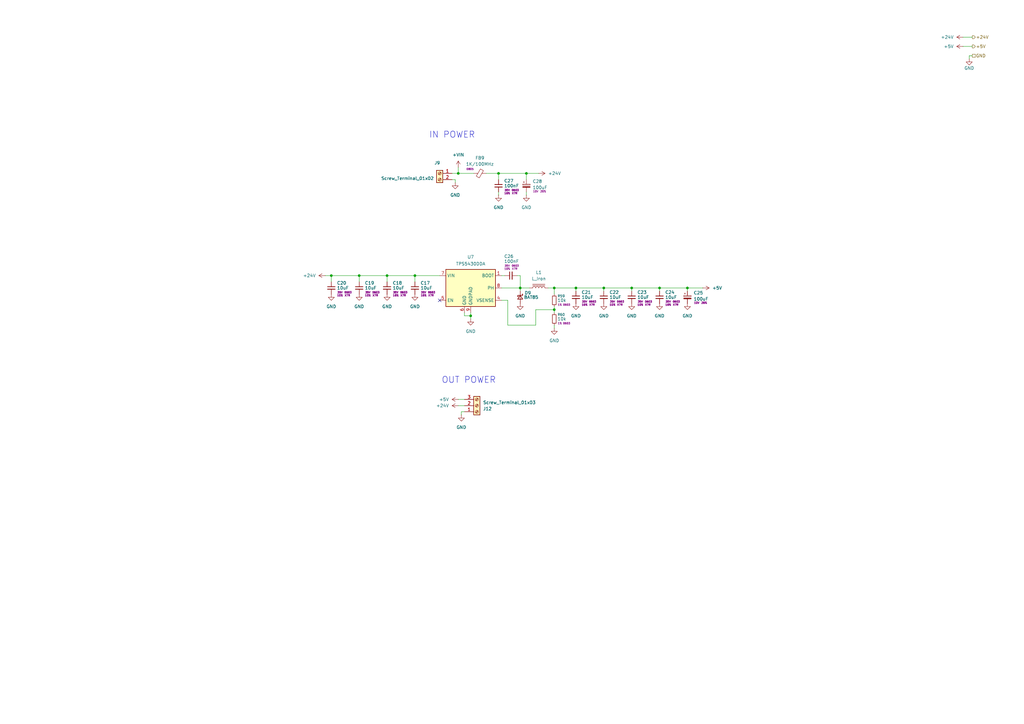
<source format=kicad_sch>
(kicad_sch (version 20250114) (generator "eeschema") (generator_version "9.0")
  (paper "A3")
  (lib_symbols
    (symbol "Connector:Screw_Terminal_01x02" (pin_names (offset 1.016) (hide yes))
      (property "Reference" "J" (at 0 2.54 0))
      (property "Value" "Screw_Terminal_01x02" (at 0 -5.08 0))
      (symbol "Screw_Terminal_01x02_1_1"
        (rectangle (start -1.27 1.27) (end 1.27 -3.81) (stroke (width 0.254)) (fill (type background)))
        (polyline (pts (xy -0.5334 0.3302) (xy 0.3302 -0.508)) (stroke (width 0.1524)))
        (polyline (pts (xy -0.5334 -2.2098) (xy 0.3302 -3.048)) (stroke (width 0.1524)))
        (polyline (pts (xy -0.3556 0.508) (xy 0.508 -0.3302)) (stroke (width 0.1524)))
        (polyline (pts (xy -0.3556 -2.032) (xy 0.508 -2.8702)) (stroke (width 0.1524)))
        (circle (center 0 0) (radius 0.635) (stroke (width 0.1524)))
        (circle (center 0 -2.54) (radius 0.635) (stroke (width 0.1524)))
        (pin passive line (at -5.08 0 0) (length 3.81) (name "Pin_1") (number "1"))
        (pin passive line (at -5.08 -2.54 0) (length 3.81) (name "Pin_2") (number "2"))
      )
    )
    (symbol "Connector:Screw_Terminal_01x03" (pin_names (offset 1.016) (hide yes))
      (property "Reference" "J" (at 0 5.08 0))
      (property "Value" "Screw_Terminal_01x03" (at 0 -5.08 0))
      (symbol "Screw_Terminal_01x03_1_1"
        (rectangle (start -1.27 3.81) (end 1.27 -3.81) (stroke (width 0.254)) (fill (type background)))
        (polyline (pts (xy -0.5334 2.8702) (xy 0.3302 2.032)) (stroke (width 0.1524)))
        (polyline (pts (xy -0.5334 0.3302) (xy 0.3302 -0.508)) (stroke (width 0.1524)))
        (polyline (pts (xy -0.5334 -2.2098) (xy 0.3302 -3.048)) (stroke (width 0.1524)))
        (polyline (pts (xy -0.3556 3.048) (xy 0.508 2.2098)) (stroke (width 0.1524)))
        (polyline (pts (xy -0.3556 0.508) (xy 0.508 -0.3302)) (stroke (width 0.1524)))
        (polyline (pts (xy -0.3556 -2.032) (xy 0.508 -2.8702)) (stroke (width 0.1524)))
        (circle (center 0 2.54) (radius 0.635) (stroke (width 0.1524)))
        (circle (center 0 0) (radius 0.635) (stroke (width 0.1524)))
        (circle (center 0 -2.54) (radius 0.635) (stroke (width 0.1524)))
        (pin passive line (at -5.08 2.54 0) (length 3.81) (name "Pin_1") (number "1"))
        (pin passive line (at -5.08 0 0) (length 3.81) (name "Pin_2") (number "2"))
        (pin passive line (at -5.08 -2.54 0) (length 3.81) (name "Pin_3") (number "3"))
      )
    )
    (symbol "Device:C_Polarized_Small" (pin_numbers (hide yes)) (pin_names (offset 0.254) (hide yes))
      (property "Reference" "C" (at 0.254 1.778 0))
      (property "Value" "C_Polarized_Small" (at 0.254 -2.032 0))
      (symbol "C_Polarized_Small_0_1"
        (rectangle (start -1.524 0.6858) (end 1.524 0.3048))
        (rectangle (start -1.524 -0.3048) (end 1.524 -0.6858) (fill (type outline)))
        (polyline (pts (xy -1.27 1.524) (xy -0.762 1.524)))
        (polyline (pts (xy -1.016 1.27) (xy -1.016 1.778)))
      )
      (symbol "C_Polarized_Small_1_1"
        (pin passive line (at 0 2.54 270) (length 1.8542) (name "~") (number "1"))
        (pin passive line (at 0 -2.54 90) (length 1.8542) (name "~") (number "2"))
      )
    )
    (symbol "Device:C_Small" (pin_numbers (hide yes)) (pin_names (offset 0.254) (hide yes))
      (property "Reference" "C" (at 0.254 1.778 0))
      (property "Value" "C_Small" (at 0.254 -2.032 0))
      (symbol "C_Small_0_1"
        (polyline (pts (xy -1.524 0.508) (xy 1.524 0.508)) (stroke (width 0.3048)))
        (polyline (pts (xy -1.524 -0.508) (xy 1.524 -0.508)) (stroke (width 0.3302)))
      )
      (symbol "C_Small_1_1"
        (pin passive line (at 0 2.54 270) (length 2.032) (name "~") (number "1"))
        (pin passive line (at 0 -2.54 90) (length 2.032) (name "~") (number "2"))
      )
    )
    (symbol "Device:D_Schottky_Small" (pin_numbers (hide yes)) (pin_names (offset 0.254) (hide yes))
      (property "Reference" "D" (at -1.27 2.032 0))
      (property "Value" "D_Schottky_Small" (at -7.112 -2.032 0))
      (symbol "D_Schottky_Small_0_1"
        (polyline (pts (xy -1.27 0.762) (xy -1.27 1.016) (xy -0.762 1.016) (xy -0.762 -1.016) (xy -0.254 -1.016) (xy -0.254 -0.762)) (stroke (width 0.254)))
        (polyline (pts (xy -0.762 0) (xy 0.762 0)))
        (polyline (pts (xy 0.762 -1.016) (xy -0.762 0) (xy 0.762 1.016) (xy 0.762 -1.016)) (stroke (width 0.254)))
      )
      (symbol "D_Schottky_Small_1_1"
        (pin passive line (at -2.54 0 0) (length 1.778) (name "K") (number "1"))
        (pin passive line (at 2.54 0 180) (length 1.778) (name "A") (number "2"))
      )
    )
    (symbol "Device:FerriteBead_Small" (pin_numbers (hide yes)) (pin_names (offset 0))
      (property "Reference" "FB" (at 1.905 1.27 0))
      (property "Value" "FerriteBead_Small" (at 1.905 -1.27 0))
      (symbol "FerriteBead_Small_0_1"
        (polyline (pts (xy -1.8288 0.2794) (xy -1.1176 1.4986) (xy 1.8288 -0.2032) (xy 1.1176 -1.4224) (xy -1.8288 0.2794)))
        (polyline (pts (xy 0 0.889) (xy 0 1.2954)))
        (polyline (pts (xy 0 -1.27) (xy 0 -0.7874)))
      )
      (symbol "FerriteBead_Small_1_1"
        (pin passive line (at 0 2.54 270) (length 1.27) (name "~") (number "1"))
        (pin passive line (at 0 -2.54 90) (length 1.27) (name "~") (number "2"))
      )
    )
    (symbol "Device:L_Iron" (pin_numbers (hide yes)) (pin_names (offset 1.016) (hide yes))
      (property "Reference" "L" (at -1.27 0 90))
      (property "Value" "L_Iron" (at 2.794 0 90))
      (symbol "L_Iron_0_1"
        (arc (start 0 2.54) (mid 0.6323 1.905) (end 0 1.27))
        (arc (start 0 1.27) (mid 0.6323 0.635) (end 0 0))
        (arc (start 0 0) (mid 0.6323 -0.635) (end 0 -1.27))
        (arc (start 0 -1.27) (mid 0.6323 -1.905) (end 0 -2.54))
        (polyline (pts (xy 1.016 2.54) (xy 1.016 -2.54)))
        (polyline (pts (xy 1.524 -2.54) (xy 1.524 2.54)))
      )
      (symbol "L_Iron_1_1"
        (pin passive line (at 0 3.81 270) (length 1.27) (name "1") (number "1"))
        (pin passive line (at 0 -3.81 90) (length 1.27) (name "2") (number "2"))
      )
    )
    (symbol "Device:R_Small" (pin_numbers (hide yes)) (pin_names (offset 0.254) (hide yes))
      (property "Reference" "R" (at 0 0 90))
      (property "Value" "R_Small" (at 1.778 0 90))
      (symbol "R_Small_0_1"
        (rectangle (start -0.762 1.778) (end 0.762 -1.778) (stroke (width 0.2032)))
      )
      (symbol "R_Small_1_1"
        (pin passive line (at 0 2.54 270) (length 0.762) (name "~") (number "1"))
        (pin passive line (at 0 -2.54 90) (length 0.762) (name "~") (number "2"))
      )
    )
    (symbol "Regulator_Switching:TPS5430DDA"
      (property "Reference" "U" (at -10.16 8.89 0))
      (property "Value" "TPS5430DDA" (at -1.27 8.89 0))
      (symbol "TPS5430DDA_0_1"
        (rectangle (start -10.16 7.62) (end 10.16 -7.62) (stroke (width 0.254)) (fill (type background)))
      )
      (symbol "TPS5430DDA_1_1"
        (pin power_in line (at -12.7 5.08 0) (length 2.54) (name "VIN") (number "7"))
        (pin input line (at -12.7 -5.08 0) (length 2.54) (name "EN") (number "5"))
        (pin no_connect line (at -10.16 2.54 0) (length 2.54) (hide yes) (name "NC") (number "2"))
        (pin no_connect line (at -10.16 -2.54 0) (length 2.54) (hide yes) (name "NC") (number "3"))
        (pin power_in line (at -2.54 -10.16 90) (length 2.54) (name "GND") (number "6"))
        (pin power_in line (at 0 -10.16 90) (length 2.54) (name "GNDPAD") (number "9"))
        (pin input line (at 12.7 5.08 180) (length 2.54) (name "BOOT") (number "1"))
        (pin output line (at 12.7 0 180) (length 2.54) (name "PH") (number "8"))
        (pin input line (at 12.7 -5.08 180) (length 2.54) (name "VSENSE") (number "4"))
      )
    )
    (symbol "power:+24V" (power) (pin_numbers (hide yes)) (pin_names (offset 0) (hide yes))
      (property "Value" "+24V" (at 0 3.556 0))
      (symbol "+24V_0_1"
        (polyline (pts (xy -0.762 1.27) (xy 0 2.54)))
        (polyline (pts (xy 0 2.54) (xy 0.762 1.27)))
        (polyline (pts (xy 0 0) (xy 0 2.54)))
      )
      (symbol "+24V_1_1"
        (pin power_in line (at 0 0 90) (length 0) (name "~") (number "1"))
      )
    )
    (symbol "power:+3.3V" (power) (pin_numbers (hide yes)) (pin_names (offset 0) (hide yes))
      (property "Value" "+3.3V" (at 0 3.556 0))
      (symbol "+3.3V_0_1"
        (polyline (pts (xy -0.762 1.27) (xy 0 2.54)))
        (polyline (pts (xy 0 2.54) (xy 0.762 1.27)))
        (polyline (pts (xy 0 0) (xy 0 2.54)))
      )
      (symbol "+3.3V_1_1"
        (pin power_in line (at 0 0 90) (length 0) (name "~") (number "1"))
      )
    )
    (symbol "power:GND" (power) (pin_numbers (hide yes)) (pin_names (offset 0) (hide yes))
      (property "Value" "GND" (at 0 -3.81 0))
      (symbol "GND_0_1"
        (polyline (pts (xy 0 0) (xy 0 -1.27) (xy 1.27 -1.27) (xy 0 -2.54) (xy -1.27 -1.27) (xy 0 -1.27)))
      )
      (symbol "GND_1_1"
        (pin power_in line (at 0 0 270) (length 0) (name "~") (number "1"))
      )
    )
  )
  (text "IN POWER" (at 185.42 55.372 0) (effects (font (size 2.54 2.54))))
  (text "OUT POWER" (at 192.278 155.956 0) (effects (font (size 2.54 2.54))))
  (junction (at 227.33 118.11))
  (junction (at 193.04 129.54))
  (junction (at 236.22 118.11))
  (junction (at 187.96 71.12))
  (junction (at 147.32 113.03))
  (junction (at 227.33 127))
  (junction (at 215.9 71.12))
  (junction (at 158.75 113.03))
  (junction (at 281.94 118.11))
  (junction (at 213.36 118.11))
  (junction (at 135.89 113.03))
  (junction (at 170.18 113.03))
  (junction (at 259.08 118.11))
  (junction (at 204.47 71.12))
  (junction (at 247.65 118.11))
  (junction (at 270.51 118.11))
  (no_connect (at 180.34 123.19))
  (wire (pts (xy 147.32 115.57) (xy 147.32 113.03)))
  (wire (pts (xy 204.47 80.01) (xy 204.47 78.74)))
  (wire (pts (xy 227.33 118.11) (xy 236.22 118.11)))
  (wire (pts (xy 208.28 133.35) (xy 219.71 133.35)))
  (wire (pts (xy 187.96 71.12) (xy 194.31 71.12)))
  (wire (pts (xy 398.78 15.24) (xy 394.97 15.24)))
  (wire (pts (xy 219.71 127) (xy 227.33 127)))
  (wire (pts (xy 190.5 168.91) (xy 189.23 168.91)))
  (wire (pts (xy 187.96 166.37) (xy 190.5 166.37)))
  (wire (pts (xy 186.69 73.66) (xy 186.69 74.93)))
  (wire (pts (xy 270.51 118.11) (xy 270.51 119.38)))
  (wire (pts (xy 247.65 119.38) (xy 247.65 118.11)))
  (wire (pts (xy 215.9 71.12) (xy 220.98 71.12)))
  (wire (pts (xy 236.22 118.11) (xy 236.22 119.38)))
  (wire (pts (xy 186.69 73.66) (xy 185.42 73.66)))
  (wire (pts (xy 281.94 118.11) (xy 288.29 118.11)))
  (wire (pts (xy 227.33 127) (xy 227.33 128.27)))
  (wire (pts (xy 213.36 118.11) (xy 217.17 118.11)))
  (wire (pts (xy 259.08 118.11) (xy 270.51 118.11)))
  (wire (pts (xy 219.71 133.35) (xy 219.71 127)))
  (wire (pts (xy 193.04 129.54) (xy 193.04 130.81)))
  (wire (pts (xy 204.47 71.12) (xy 215.9 71.12)))
  (wire (pts (xy 213.36 118.11) (xy 213.36 119.38)))
  (wire (pts (xy 205.74 123.19) (xy 208.28 123.19)))
  (wire (pts (xy 133.35 113.03) (xy 135.89 113.03)))
  (wire (pts (xy 212.09 113.03) (xy 213.36 113.03)))
  (wire (pts (xy 236.22 118.11) (xy 247.65 118.11)))
  (wire (pts (xy 190.5 128.27) (xy 190.5 129.54)))
  (wire (pts (xy 215.9 80.01) (xy 215.9 78.74)))
  (wire (pts (xy 158.75 113.03) (xy 170.18 113.03)))
  (wire (pts (xy 227.33 133.35) (xy 227.33 134.62)))
  (wire (pts (xy 213.36 113.03) (xy 213.36 118.11)))
  (wire (pts (xy 170.18 115.57) (xy 170.18 113.03)))
  (wire (pts (xy 205.74 118.11) (xy 213.36 118.11)))
  (wire (pts (xy 187.96 68.58) (xy 187.96 71.12)))
  (wire (pts (xy 227.33 118.11) (xy 227.33 120.65)))
  (wire (pts (xy 170.18 113.03) (xy 180.34 113.03)))
  (wire (pts (xy 158.75 115.57) (xy 158.75 113.03)))
  (wire (pts (xy 135.89 113.03) (xy 147.32 113.03)))
  (wire (pts (xy 398.78 22.86) (xy 397.51 22.86)))
  (wire (pts (xy 199.39 71.12) (xy 204.47 71.12)))
  (wire (pts (xy 247.65 118.11) (xy 259.08 118.11)))
  (wire (pts (xy 397.51 22.86) (xy 397.51 24.13)))
  (wire (pts (xy 135.89 115.57) (xy 135.89 113.03)))
  (wire (pts (xy 205.74 113.03) (xy 207.01 113.03)))
  (wire (pts (xy 270.51 118.11) (xy 281.94 118.11)))
  (wire (pts (xy 193.04 128.27) (xy 193.04 129.54)))
  (wire (pts (xy 208.28 123.19) (xy 208.28 133.35)))
  (wire (pts (xy 281.94 118.11) (xy 281.94 119.38)))
  (wire (pts (xy 227.33 125.73) (xy 227.33 127)))
  (wire (pts (xy 204.47 73.66) (xy 204.47 71.12)))
  (wire (pts (xy 215.9 71.12) (xy 215.9 73.66)))
  (wire (pts (xy 398.78 19.05) (xy 394.97 19.05)))
  (wire (pts (xy 147.32 113.03) (xy 158.75 113.03)))
  (wire (pts (xy 224.79 118.11) (xy 227.33 118.11)))
  (wire (pts (xy 185.42 71.12) (xy 187.96 71.12)))
  (wire (pts (xy 189.23 168.91) (xy 189.23 170.18)))
  (wire (pts (xy 259.08 118.11) (xy 259.08 119.38)))
  (wire (pts (xy 187.96 163.83) (xy 190.5 163.83)))
  (wire (pts (xy 190.5 129.54) (xy 193.04 129.54)))
  (hierarchical_label "GND" (shape passive) (at 398.78 22.86 0))
  (hierarchical_label "+24V" (shape output) (at 398.78 15.24 0))
  (hierarchical_label "+5V" (shape output) (at 398.78 19.05 0))
  (symbol (lib_id "power:+3.3V") (at 220.98 71.12 270) (unit 1)
    (property "Reference" "#PWR0114" (effects (hide yes)))
    (property "Value" "+24V" (at 224.79 71.1199 90) (effects (justify left)))
  )
  (symbol (lib_id "Connector:Screw_Terminal_01x02") (at 180.34 71.12 0) (mirror y) (unit 1)
    (property "Reference" "J9" (at 179.324 66.802 0))
    (property "Value" "Screw_Terminal_01x02" (at 167.132 73.152 0))
    (property "Footprint" "TerminalBlock_MetzConnect:TerminalBlock_MetzConnect_Type059_RT06302HBWC_1x02_P3.50mm_Horizontal" (effects (hide yes)))
    (property "Description" "Generic screw terminal, single row, 01x02, script generated (kicad-library-utils/schlib/autogen/connector/)" (effects (hide yes)))
  )
  (symbol (lib_id "Device:C_Small") (at 204.47 76.2 0) (unit 1)
    (property "Reference" "C27" (at 206.756 74.168 0) (effects (justify left)))
    (property "Value" "100nF" (at 206.756 76.2 0) (effects (justify left)))
    (property "Footprint" "Capacitor_SMD:C_0603_1608Metric" (effects (hide yes)))
    (property "Description" "Unpolarized capacitor, small symbol" (effects (hide yes)))
    (property "Tolerance" "10%" (at 208.026 79.248 0) (effects (font (size 0.762 0.762))))
    (property "Case" "0603" (at 211.328 77.978 0) (effects (font (size 0.762 0.762))))
    (property "Voltage" "35V" (at 208.026 77.978 0) (effects (font (size 0.762 0.762))))
    (property "Dielectric" "X7R" (at 211.074 79.248 0) (effects (font (size 0.762 0.762))))
  )
  (symbol (lib_id "power:GND") (at 204.47 80.01 0) (unit 1)
    (property "Reference" "#PWR0112" (effects (hide yes)))
    (property "Value" "GND" (at 204.47 85.09 0))
    (property "Description" "Power symbol creates a global label with name \"GND\" , ground" (effects (hide yes)))
  )
  (symbol (lib_id "power:GND") (at 281.94 124.46 0) (unit 1)
    (property "Reference" "#PWR0110" (effects (hide yes)))
    (property "Value" "GND" (at 281.94 129.54 0))
    (property "Description" "Power symbol creates a global label with name \"GND\" , ground" (effects (hide yes)))
  )
  (symbol (lib_id "Device:C_Small") (at 147.32 118.11 0) (unit 1)
    (property "Reference" "C19" (at 149.606 116.078 0) (effects (justify left)))
    (property "Value" "10uF" (at 149.606 118.11 0) (effects (justify left)))
    (property "Footprint" "Capacitor_SMD:C_0603_1608Metric" (effects (hide yes)))
    (property "Description" "Unpolarized capacitor, small symbol" (effects (hide yes)))
    (property "Tolerance" "10%" (at 150.876 121.158 0) (effects (font (size 0.762 0.762))))
    (property "Case" "0603" (at 154.178 119.888 0) (effects (font (size 0.762 0.762))))
    (property "Voltage" "35V" (at 150.876 119.888 0) (effects (font (size 0.762 0.762))))
    (property "Dielectric" "X7R" (at 153.924 121.158 0) (effects (font (size 0.762 0.762))))
  )
  (symbol (lib_id "power:+3.3V") (at 133.35 113.03 90) (unit 1)
    (property "Reference" "#PWR0115" (effects (hide yes)))
    (property "Value" "+24V" (at 129.54 113.0299 90) (effects (justify left)))
  )
  (symbol (lib_id "Device:C_Small") (at 209.55 113.03 90) (unit 1)
    (property "Reference" "C26" (at 206.756 105.156 90) (effects (justify right)))
    (property "Value" "100nF" (at 206.756 107.188 90) (effects (justify right)))
    (property "Footprint" "Capacitor_SMD:C_0603_1608Metric" (effects (hide yes)))
    (property "Description" "Unpolarized capacitor, small symbol" (effects (hide yes)))
    (property "Tolerance" "10%" (at 208.026 110.236 90) (effects (font (size 0.762 0.762))))
    (property "Case" "0603" (at 211.328 108.966 90) (effects (font (size 0.762 0.762))))
    (property "Voltage" "35V" (at 208.026 108.966 90) (effects (font (size 0.762 0.762))))
    (property "Dielectric" "X7R" (at 211.074 110.236 90) (effects (font (size 0.762 0.762))))
  )
  (symbol (lib_id "Device:C_Polarized_Small") (at 215.9 76.2 0) (unit 1)
    (property "Reference" "C28" (at 218.44 74.3838 0) (effects (justify left)))
    (property "Value" "100uF" (at 218.44 76.9238 0) (effects (justify left)))
    (property "Footprint" "Capacitor_SMD:CP_Elec_5x5.9" (effects (hide yes)))
    (property "Description" "Polarized capacitor, small symbol" (effects (hide yes)))
    (property "voltage" "10V" (at 219.71 78.486 0) (effects (font (size 0.762 0.762))))
    (property "tolerance" "20%" (at 222.758 78.486 0) (effects (font (size 0.762 0.762))))
  )
  (symbol (lib_id "power:+3.3V") (at 187.96 68.58 0) (unit 1)
    (property "Reference" "#PWR0116" (effects (hide yes)))
    (property "Value" "+VIN" (at 187.96 63.5 0))
  )
  (symbol (lib_id "Device:FerriteBead_Small") (at 196.85 71.12 90) (unit 1)
    (property "Reference" "FB9" (at 196.8119 64.77 90))
    (property "Value" "1K/100MHz" (at 196.8119 67.31 90))
    (property "Footprint" "Inductor_SMD:L_0805_2012Metric" (effects (hide yes)))
    (property "Description" "Ferrite bead, small symbol" (effects (hide yes)))
    (property "case" "0805" (at 192.786 69.342 90) (effects (font (size 0.762 0.762))))
  )
  (symbol (lib_id "power:GND") (at 247.65 124.46 0) (unit 1)
    (property "Reference" "#PWR0105" (effects (hide yes)))
    (property "Value" "GND" (at 247.65 129.54 0))
    (property "Description" "Power symbol creates a global label with name \"GND\" , ground" (effects (hide yes)))
  )
  (symbol (lib_id "Device:D_Schottky_Small") (at 213.36 121.92 270) (unit 1)
    (property "Reference" "D9" (at 215.138 120.142 90) (effects (justify left)))
    (property "Value" "BAT85" (at 214.884 121.92 90) (effects (justify left)))
    (property "Footprint" "Diode_SMD:D_1210_3225Metric" (effects (hide yes)))
    (property "Description" "Schottky diode, small symbol" (effects (hide yes)))
  )
  (symbol (lib_id "power:GND") (at 213.36 124.46 0) (unit 1)
    (property "Reference" "#PWR0108" (effects (hide yes)))
    (property "Value" "GND" (at 213.36 129.54 0))
    (property "Description" "Power symbol creates a global label with name \"GND\" , ground" (effects (hide yes)))
  )
  (symbol (lib_id "power:+24V") (at 394.97 15.24 90) (mirror x) (unit 1)
    (property "Reference" "#PWR0125" (effects (hide yes)))
    (property "Value" "+24V" (at 391.16 15.2399 90) (effects (justify left)))
    (property "Description" "Power symbol creates a global label with name \"+24V\"" (effects (hide yes)))
  )
  (symbol (lib_id "power:GND") (at 189.23 170.18 0) (unit 1)
    (property "Reference" "#PWR0118" (effects (hide yes)))
    (property "Value" "GND" (at 189.23 175.26 0))
    (property "Description" "Power symbol creates a global label with name \"GND\" , ground" (effects (hide yes)))
  )
  (symbol (lib_id "power:+3.3V") (at 187.96 166.37 90) (unit 1)
    (property "Reference" "#PWR0120" (effects (hide yes)))
    (property "Value" "+24V" (at 184.15 166.3699 90) (effects (justify left)))
  )
  (symbol (lib_id "power:GND") (at 147.32 120.65 0) (unit 1)
    (property "Reference" "#PWR0101" (effects (hide yes)))
    (property "Value" "GND" (at 147.32 125.73 0))
    (property "Description" "Power symbol creates a global label with name \"GND\" , ground" (effects (hide yes)))
  )
  (symbol (lib_id "power:GND") (at 227.33 134.62 0) (unit 1)
    (property "Reference" "#PWR0109" (effects (hide yes)))
    (property "Value" "GND" (at 227.33 139.7 0))
    (property "Description" "Power symbol creates a global label with name \"GND\" , ground" (effects (hide yes)))
  )
  (symbol (lib_id "Device:R_Small") (at 227.33 123.19 0) (unit 1)
    (property "Reference" "R59" (at 228.6 121.412 0) (effects (font (size 1.016 1.016)) (justify left)))
    (property "Value" "10k" (at 228.6 123.19 0) (effects (justify left)))
    (property "Footprint" "Resistor_SMD:R_0603_1608Metric" (effects (hide yes)))
    (property "Description" "Resistor, small symbol" (effects (hide yes)))
    (property "Case" "0603" (at 232.41 124.968 0) (effects (font (size 0.762 0.762))))
    (property "Tolerance" "1%" (at 229.616 124.968 0) (effects (font (size 0.762 0.762))))
  )
  (symbol (lib_id "power:GND") (at 236.22 124.46 0) (unit 1)
    (property "Reference" "#PWR0104" (effects (hide yes)))
    (property "Value" "GND" (at 236.22 129.54 0))
    (property "Description" "Power symbol creates a global label with name \"GND\" , ground" (effects (hide yes)))
  )
  (symbol (lib_id "Device:C_Small") (at 247.65 121.92 0) (unit 1)
    (property "Reference" "C22" (at 249.936 119.888 0) (effects (justify left)))
    (property "Value" "10uF" (at 249.936 121.92 0) (effects (justify left)))
    (property "Footprint" "Capacitor_SMD:C_0603_1608Metric" (effects (hide yes)))
    (property "Description" "Unpolarized capacitor, small symbol" (effects (hide yes)))
    (property "Tolerance" "10%" (at 251.206 124.968 0) (effects (font (size 0.762 0.762))))
    (property "Case" "0603" (at 254.508 123.698 0) (effects (font (size 0.762 0.762))))
    (property "Voltage" "35V" (at 251.206 123.698 0) (effects (font (size 0.762 0.762))))
    (property "Dielectric" "X7R" (at 254.254 124.968 0) (effects (font (size 0.762 0.762))))
  )
  (symbol (lib_id "Device:C_Small") (at 158.75 118.11 0) (unit 1)
    (property "Reference" "C18" (at 161.036 116.078 0) (effects (justify left)))
    (property "Value" "10uF" (at 161.036 118.11 0) (effects (justify left)))
    (property "Footprint" "Capacitor_SMD:C_0603_1608Metric" (effects (hide yes)))
    (property "Description" "Unpolarized capacitor, small symbol" (effects (hide yes)))
    (property "Tolerance" "10%" (at 162.306 121.158 0) (effects (font (size 0.762 0.762))))
    (property "Case" "0603" (at 165.608 119.888 0) (effects (font (size 0.762 0.762))))
    (property "Voltage" "35V" (at 162.306 119.888 0) (effects (font (size 0.762 0.762))))
    (property "Dielectric" "X7R" (at 165.354 121.158 0) (effects (font (size 0.762 0.762))))
  )
  (symbol (lib_id "power:GND") (at 186.69 74.93 0) (unit 1)
    (property "Reference" "#PWR0117" (effects (hide yes)))
    (property "Value" "GND" (at 186.69 80.01 0))
    (property "Description" "Power symbol creates a global label with name \"GND\" , ground" (effects (hide yes)))
  )
  (symbol (lib_id "Regulator_Switching:TPS5430DDA") (at 193.04 118.11 0) (unit 1)
    (property "Reference" "U7" (at 193.04 105.41 0))
    (property "Value" "TPS5430DDA" (at 193.04 108.204 0))
    (property "Footprint" "Package_SO:TI_SO-PowerPAD-8_ThermalVias" (effects (hide yes)))
    (property "Datasheet" "http://www.ti.com/lit/ds/symlink/tps5430.pdf" (effects (hide yes)))
    (property "Description" "3A, Step Down Swift Converter, Adjustable Output Voltage, 5.5-36V Input Voltage, PowerSO-8" (effects (hide yes)))
  )
  (symbol (lib_id "power:GND") (at 397.51 24.13 0) (mirror y) (unit 1)
    (property "Reference" "#PWR092" (effects (hide yes)))
    (property "Value" "GND" (at 397.51 27.94 0))
    (property "Description" "Power symbol creates a global label with name \"GND\" , ground" (effects (hide yes)))
  )
  (symbol (lib_id "Device:C_Small") (at 270.51 121.92 0) (unit 1)
    (property "Reference" "C24" (at 272.796 119.888 0) (effects (justify left)))
    (property "Value" "10uF" (at 272.796 121.92 0) (effects (justify left)))
    (property "Footprint" "Capacitor_SMD:C_0603_1608Metric" (effects (hide yes)))
    (property "Description" "Unpolarized capacitor, small symbol" (effects (hide yes)))
    (property "Tolerance" "10%" (at 274.066 124.968 0) (effects (font (size 0.762 0.762))))
    (property "Case" "0603" (at 277.368 123.698 0) (effects (font (size 0.762 0.762))))
    (property "Voltage" "35V" (at 274.066 123.698 0) (effects (font (size 0.762 0.762))))
    (property "Dielectric" "X7R" (at 277.114 124.968 0) (effects (font (size 0.762 0.762))))
  )
  (symbol (lib_id "Connector:Screw_Terminal_01x03") (at 195.58 166.37 0) (mirror x) (unit 1)
    (property "Reference" "J12" (at 198.12 167.6401 0) (effects (justify left)))
    (property "Value" "Screw_Terminal_01x03" (at 198.12 165.1001 0) (effects (justify left)))
    (property "Footprint" "TerminalBlock_4Ucon:TerminalBlock_4Ucon_1x03_P3.50mm_Horizontal" (effects (hide yes)))
    (property "Description" "Generic screw terminal, single row, 01x03, script generated (kicad-library-utils/schlib/autogen/connector/)" (effects (hide yes)))
  )
  (symbol (lib_id "Device:L_Iron") (at 220.98 118.11 90) (unit 1)
    (property "Reference" "L1" (at 220.98 111.76 90))
    (property "Value" "L_Iron" (at 220.98 114.3 90))
    (property "Footprint" "Inductor_SMD:L_APV_ANR4010" (effects (hide yes)))
    (property "Description" "Inductor with iron core" (effects (hide yes)))
  )
  (symbol (lib_id "Device:C_Polarized_Small") (at 281.94 121.92 0) (unit 1)
    (property "Reference" "C25" (at 284.48 120.1038 0) (effects (justify left)))
    (property "Value" "100uF" (at 284.48 122.6438 0) (effects (justify left)))
    (property "Footprint" "Capacitor_SMD:CP_Elec_5x5.9" (effects (hide yes)))
    (property "Description" "Polarized capacitor, small symbol" (effects (hide yes)))
    (property "voltage" "10V" (at 285.75 124.206 0) (effects (font (size 0.762 0.762))))
    (property "tolerance" "20%" (at 288.798 124.206 0) (effects (font (size 0.762 0.762))))
  )
  (symbol (lib_id "power:GND") (at 259.08 124.46 0) (unit 1)
    (property "Reference" "#PWR0106" (effects (hide yes)))
    (property "Value" "GND" (at 259.08 129.54 0))
    (property "Description" "Power symbol creates a global label with name \"GND\" , ground" (effects (hide yes)))
  )
  (symbol (lib_id "power:+3.3V") (at 187.96 163.83 90) (unit 1)
    (property "Reference" "#PWR0119" (effects (hide yes)))
    (property "Value" "+5V" (at 184.15 163.8299 90) (effects (justify left)))
    (property "Description" "Power symbol creates a global label with name \"+3.3V\"" (effects (hide yes)))
  )
  (symbol (lib_id "power:GND") (at 270.51 124.46 0) (unit 1)
    (property "Reference" "#PWR0107" (effects (hide yes)))
    (property "Value" "GND" (at 270.51 129.54 0))
    (property "Description" "Power symbol creates a global label with name \"GND\" , ground" (effects (hide yes)))
  )
  (symbol (lib_id "power:GND") (at 170.18 120.65 0) (unit 1)
    (property "Reference" "#PWR099" (effects (hide yes)))
    (property "Value" "GND" (at 170.18 125.73 0))
    (property "Description" "Power symbol creates a global label with name \"GND\" , ground" (effects (hide yes)))
  )
  (symbol (lib_id "Device:C_Small") (at 170.18 118.11 0) (unit 1)
    (property "Reference" "C17" (at 172.466 116.078 0) (effects (justify left)))
    (property "Value" "10uF" (at 172.466 118.11 0) (effects (justify left)))
    (property "Footprint" "Capacitor_SMD:C_0603_1608Metric" (effects (hide yes)))
    (property "Description" "Unpolarized capacitor, small symbol" (effects (hide yes)))
    (property "Tolerance" "10%" (at 173.736 121.158 0) (effects (font (size 0.762 0.762))))
    (property "Case" "0603" (at 177.038 119.888 0) (effects (font (size 0.762 0.762))))
    (property "Voltage" "35V" (at 173.736 119.888 0) (effects (font (size 0.762 0.762))))
    (property "Dielectric" "X7R" (at 176.784 121.158 0) (effects (font (size 0.762 0.762))))
  )
  (symbol (lib_id "Device:C_Small") (at 135.89 118.11 0) (unit 1)
    (property "Reference" "C20" (at 138.176 116.078 0) (effects (justify left)))
    (property "Value" "10uF" (at 138.176 118.11 0) (effects (justify left)))
    (property "Footprint" "Capacitor_SMD:C_0603_1608Metric" (effects (hide yes)))
    (property "Description" "Unpolarized capacitor, small symbol" (effects (hide yes)))
    (property "Tolerance" "10%" (at 139.446 121.158 0) (effects (font (size 0.762 0.762))))
    (property "Case" "0603" (at 142.748 119.888 0) (effects (font (size 0.762 0.762))))
    (property "Voltage" "35V" (at 139.446 119.888 0) (effects (font (size 0.762 0.762))))
    (property "Dielectric" "X7R" (at 142.494 121.158 0) (effects (font (size 0.762 0.762))))
  )
  (symbol (lib_id "power:GND") (at 193.04 130.81 0) (unit 1)
    (property "Reference" "#PWR0103" (effects (hide yes)))
    (property "Value" "GND" (at 193.04 135.89 0))
    (property "Description" "Power symbol creates a global label with name \"GND\" , ground" (effects (hide yes)))
  )
  (symbol (lib_id "Device:C_Small") (at 259.08 121.92 0) (unit 1)
    (property "Reference" "C23" (at 261.366 119.888 0) (effects (justify left)))
    (property "Value" "10uF" (at 261.366 121.92 0) (effects (justify left)))
    (property "Footprint" "Capacitor_SMD:C_0603_1608Metric" (effects (hide yes)))
    (property "Description" "Unpolarized capacitor, small symbol" (effects (hide yes)))
    (property "Tolerance" "10%" (at 262.636 124.968 0) (effects (font (size 0.762 0.762))))
    (property "Case" "0603" (at 265.938 123.698 0) (effects (font (size 0.762 0.762))))
    (property "Voltage" "35V" (at 262.636 123.698 0) (effects (font (size 0.762 0.762))))
    (property "Dielectric" "X7R" (at 265.684 124.968 0) (effects (font (size 0.762 0.762))))
  )
  (symbol (lib_id "power:GND") (at 135.89 120.65 0) (unit 1)
    (property "Reference" "#PWR0102" (effects (hide yes)))
    (property "Value" "GND" (at 135.89 125.73 0))
    (property "Description" "Power symbol creates a global label with name \"GND\" , ground" (effects (hide yes)))
  )
  (symbol (lib_id "power:GND") (at 215.9 80.01 0) (unit 1)
    (property "Reference" "#PWR0113" (effects (hide yes)))
    (property "Value" "GND" (at 215.9 85.09 0))
    (property "Description" "Power symbol creates a global label with name \"GND\" , ground" (effects (hide yes)))
  )
  (symbol (lib_id "power:+24V") (at 394.97 19.05 90) (mirror x) (unit 1)
    (property "Reference" "#PWR094" (effects (hide yes)))
    (property "Value" "+5V" (at 391.16 19.0499 90) (effects (justify left)))
    (property "Description" "Power symbol creates a global label with name \"+24V\"" (effects (hide yes)))
  )
  (symbol (lib_id "Device:C_Small") (at 236.22 121.92 0) (unit 1)
    (property "Reference" "C21" (at 238.506 119.888 0) (effects (justify left)))
    (property "Value" "10uF" (at 238.506 121.92 0) (effects (justify left)))
    (property "Footprint" "Capacitor_SMD:C_0603_1608Metric" (effects (hide yes)))
    (property "Description" "Unpolarized capacitor, small symbol" (effects (hide yes)))
    (property "Tolerance" "10%" (at 239.776 124.968 0) (effects (font (size 0.762 0.762))))
    (property "Case" "0603" (at 243.078 123.698 0) (effects (font (size 0.762 0.762))))
    (property "Voltage" "35V" (at 239.776 123.698 0) (effects (font (size 0.762 0.762))))
    (property "Dielectric" "X7R" (at 242.824 124.968 0) (effects (font (size 0.762 0.762))))
  )
  (symbol (lib_id "power:GND") (at 158.75 120.65 0) (unit 1)
    (property "Reference" "#PWR0100" (effects (hide yes)))
    (property "Value" "GND" (at 158.75 125.73 0))
    (property "Description" "Power symbol creates a global label with name \"GND\" , ground" (effects (hide yes)))
  )
  (symbol (lib_id "Device:R_Small") (at 227.33 130.81 0) (unit 1)
    (property "Reference" "R60" (at 228.6 129.032 0) (effects (font (size 1.016 1.016)) (justify left)))
    (property "Value" "10k" (at 228.6 130.81 0) (effects (justify left)))
    (property "Footprint" "Resistor_SMD:R_0603_1608Metric" (effects (hide yes)))
    (property "Description" "Resistor, small symbol" (effects (hide yes)))
    (property "Case" "0603" (at 232.41 132.588 0) (effects (font (size 0.762 0.762))))
    (property "Tolerance" "1%" (at 229.616 132.588 0) (effects (font (size 0.762 0.762))))
  )
  (symbol (lib_id "power:+3.3V") (at 288.29 118.11 270) (unit 1)
    (property "Reference" "#PWR0111" (effects (hide yes)))
    (property "Value" "+5V" (at 292.1 118.1099 90) (effects (justify left)))
    (property "Description" "Power symbol creates a global label with name \"+3.3V\"" (effects (hide yes)))
  )
)
</source>
